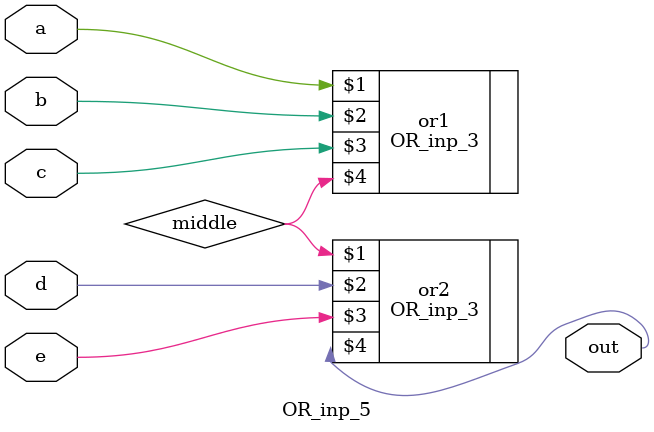
<source format=v>
module OR_inp_5 (input a , b, c, d, e, output out);
    wire middle;
    OR_inp_3 or1(a, b, c, middle);
    OR_inp_3 or2(middle, d, e, out);
endmodule
</source>
